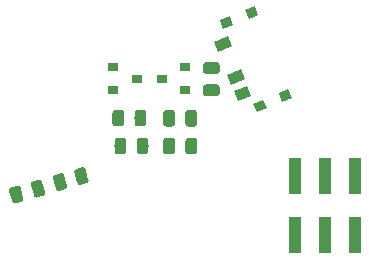
<source format=gbr>
G04 #@! TF.GenerationSoftware,KiCad,Pcbnew,5.1.2*
G04 #@! TF.CreationDate,2019-07-11T13:19:42-05:00*
G04 #@! TF.ProjectId,Camera,43616d65-7261-42e6-9b69-6361645f7063,rev?*
G04 #@! TF.SameCoordinates,Original*
G04 #@! TF.FileFunction,Paste,Bot*
G04 #@! TF.FilePolarity,Positive*
%FSLAX46Y46*%
G04 Gerber Fmt 4.6, Leading zero omitted, Abs format (unit mm)*
G04 Created by KiCad (PCBNEW 5.1.2) date 2019-07-11 13:19:42*
%MOMM*%
%LPD*%
G04 APERTURE LIST*
%ADD10C,0.100000*%
%ADD11C,0.975000*%
%ADD12R,1.000000X3.150000*%
%ADD13C,0.800000*%
%ADD14C,0.900000*%
%ADD15R,0.900000X0.800000*%
G04 APERTURE END LIST*
D10*
G36*
X136649174Y-113454544D02*
G01*
X136672708Y-113458827D01*
X136695709Y-113465395D01*
X136717955Y-113474186D01*
X136739233Y-113485115D01*
X136759337Y-113498078D01*
X136778074Y-113512948D01*
X136795262Y-113529583D01*
X136810738Y-113547824D01*
X136824351Y-113567493D01*
X136835971Y-113588401D01*
X136845485Y-113610348D01*
X136852802Y-113633122D01*
X137088975Y-114514530D01*
X137094025Y-114537911D01*
X137096759Y-114561675D01*
X137097150Y-114585592D01*
X137095196Y-114609433D01*
X137090914Y-114632967D01*
X137084345Y-114655968D01*
X137075554Y-114678214D01*
X137064625Y-114699492D01*
X137051662Y-114719596D01*
X137036792Y-114738332D01*
X137020157Y-114755521D01*
X137001917Y-114770997D01*
X136982248Y-114784610D01*
X136961339Y-114796230D01*
X136939392Y-114805744D01*
X136916618Y-114813061D01*
X136445729Y-114939235D01*
X136422348Y-114944285D01*
X136398584Y-114947019D01*
X136374667Y-114947410D01*
X136350826Y-114945456D01*
X136327292Y-114941173D01*
X136304291Y-114934605D01*
X136282045Y-114925814D01*
X136260767Y-114914885D01*
X136240663Y-114901922D01*
X136221926Y-114887052D01*
X136204738Y-114870417D01*
X136189262Y-114852176D01*
X136175649Y-114832507D01*
X136164029Y-114811599D01*
X136154515Y-114789652D01*
X136147198Y-114766878D01*
X135911025Y-113885470D01*
X135905975Y-113862089D01*
X135903241Y-113838325D01*
X135902850Y-113814408D01*
X135904804Y-113790567D01*
X135909086Y-113767033D01*
X135915655Y-113744032D01*
X135924446Y-113721786D01*
X135935375Y-113700508D01*
X135948338Y-113680404D01*
X135963208Y-113661668D01*
X135979843Y-113644479D01*
X135998083Y-113629003D01*
X136017752Y-113615390D01*
X136038661Y-113603770D01*
X136060608Y-113594256D01*
X136083382Y-113586939D01*
X136554271Y-113460765D01*
X136577652Y-113455715D01*
X136601416Y-113452981D01*
X136625333Y-113452590D01*
X136649174Y-113454544D01*
X136649174Y-113454544D01*
G37*
D11*
X136500000Y-114200000D03*
D10*
G36*
X138460284Y-112969258D02*
G01*
X138483818Y-112973541D01*
X138506819Y-112980109D01*
X138529065Y-112988900D01*
X138550343Y-112999829D01*
X138570447Y-113012792D01*
X138589184Y-113027662D01*
X138606372Y-113044297D01*
X138621848Y-113062538D01*
X138635461Y-113082207D01*
X138647081Y-113103115D01*
X138656595Y-113125062D01*
X138663912Y-113147836D01*
X138900085Y-114029244D01*
X138905135Y-114052625D01*
X138907869Y-114076389D01*
X138908260Y-114100306D01*
X138906306Y-114124147D01*
X138902024Y-114147681D01*
X138895455Y-114170682D01*
X138886664Y-114192928D01*
X138875735Y-114214206D01*
X138862772Y-114234310D01*
X138847902Y-114253046D01*
X138831267Y-114270235D01*
X138813027Y-114285711D01*
X138793358Y-114299324D01*
X138772449Y-114310944D01*
X138750502Y-114320458D01*
X138727728Y-114327775D01*
X138256839Y-114453949D01*
X138233458Y-114458999D01*
X138209694Y-114461733D01*
X138185777Y-114462124D01*
X138161936Y-114460170D01*
X138138402Y-114455887D01*
X138115401Y-114449319D01*
X138093155Y-114440528D01*
X138071877Y-114429599D01*
X138051773Y-114416636D01*
X138033036Y-114401766D01*
X138015848Y-114385131D01*
X138000372Y-114366890D01*
X137986759Y-114347221D01*
X137975139Y-114326313D01*
X137965625Y-114304366D01*
X137958308Y-114281592D01*
X137722135Y-113400184D01*
X137717085Y-113376803D01*
X137714351Y-113353039D01*
X137713960Y-113329122D01*
X137715914Y-113305281D01*
X137720196Y-113281747D01*
X137726765Y-113258746D01*
X137735556Y-113236500D01*
X137746485Y-113215222D01*
X137759448Y-113195118D01*
X137774318Y-113176382D01*
X137790953Y-113159193D01*
X137809193Y-113143717D01*
X137828862Y-113130104D01*
X137849771Y-113118484D01*
X137871718Y-113108970D01*
X137894492Y-113101653D01*
X138365381Y-112975479D01*
X138388762Y-112970429D01*
X138412526Y-112967695D01*
X138436443Y-112967304D01*
X138460284Y-112969258D01*
X138460284Y-112969258D01*
G37*
D11*
X138311110Y-113714714D03*
D12*
X160060000Y-112600000D03*
X160060000Y-117650000D03*
X162600000Y-112600000D03*
X162600000Y-117650000D03*
X165140000Y-112600000D03*
X165140000Y-117650000D03*
D13*
X159262897Y-105852626D03*
D10*
G36*
X159829972Y-106054927D02*
G01*
X158995507Y-106392073D01*
X158695822Y-105650325D01*
X159530287Y-105313179D01*
X159829972Y-106054927D01*
X159829972Y-106054927D01*
G37*
D13*
X156415887Y-98806029D03*
D10*
G36*
X156982962Y-99008330D02*
G01*
X156148497Y-99345476D01*
X155848812Y-98603728D01*
X156683277Y-98266582D01*
X156982962Y-99008330D01*
X156982962Y-99008330D01*
G37*
D13*
X154279618Y-99658352D03*
D10*
G36*
X154846693Y-99860653D02*
G01*
X154012228Y-100197799D01*
X153712543Y-99456051D01*
X154547008Y-99118905D01*
X154846693Y-99860653D01*
X154846693Y-99860653D01*
G37*
D13*
X157130375Y-106714221D03*
D10*
G36*
X157697450Y-106916522D02*
G01*
X156862985Y-107253668D01*
X156563300Y-106511920D01*
X157397765Y-106174774D01*
X157697450Y-106916522D01*
X157697450Y-106916522D01*
G37*
D14*
X155645730Y-105642328D03*
D10*
G36*
X156393793Y-105825432D02*
G01*
X155234813Y-106293690D01*
X154897667Y-105459224D01*
X156056647Y-104990966D01*
X156393793Y-105825432D01*
X156393793Y-105825432D01*
G37*
D14*
X155083820Y-104251552D03*
D10*
G36*
X155831883Y-104434656D02*
G01*
X154672903Y-104902914D01*
X154335757Y-104068448D01*
X155494737Y-103600190D01*
X155831883Y-104434656D01*
X155831883Y-104434656D01*
G37*
D14*
X153960000Y-101470000D03*
D10*
G36*
X154708063Y-101653104D02*
G01*
X153549083Y-102121362D01*
X153211937Y-101286896D01*
X154370917Y-100818638D01*
X154708063Y-101653104D01*
X154708063Y-101653104D01*
G37*
D15*
X144700000Y-105350000D03*
X144700000Y-103450000D03*
X146700000Y-104400000D03*
X148800000Y-104400000D03*
X150800000Y-105350000D03*
X150800000Y-103450000D03*
D10*
G36*
X142154729Y-111911901D02*
G01*
X142178263Y-111916184D01*
X142201264Y-111922752D01*
X142223510Y-111931543D01*
X142244788Y-111942472D01*
X142264892Y-111955435D01*
X142283629Y-111970305D01*
X142300817Y-111986940D01*
X142316293Y-112005181D01*
X142329906Y-112024850D01*
X142341526Y-112045758D01*
X142351040Y-112067705D01*
X142358357Y-112090479D01*
X142594530Y-112971887D01*
X142599580Y-112995268D01*
X142602314Y-113019032D01*
X142602705Y-113042949D01*
X142600751Y-113066790D01*
X142596469Y-113090324D01*
X142589900Y-113113325D01*
X142581109Y-113135571D01*
X142570180Y-113156849D01*
X142557217Y-113176953D01*
X142542347Y-113195689D01*
X142525712Y-113212878D01*
X142507472Y-113228354D01*
X142487803Y-113241967D01*
X142466894Y-113253587D01*
X142444947Y-113263101D01*
X142422173Y-113270418D01*
X141951284Y-113396592D01*
X141927903Y-113401642D01*
X141904139Y-113404376D01*
X141880222Y-113404767D01*
X141856381Y-113402813D01*
X141832847Y-113398530D01*
X141809846Y-113391962D01*
X141787600Y-113383171D01*
X141766322Y-113372242D01*
X141746218Y-113359279D01*
X141727481Y-113344409D01*
X141710293Y-113327774D01*
X141694817Y-113309533D01*
X141681204Y-113289864D01*
X141669584Y-113268956D01*
X141660070Y-113247009D01*
X141652753Y-113224235D01*
X141416580Y-112342827D01*
X141411530Y-112319446D01*
X141408796Y-112295682D01*
X141408405Y-112271765D01*
X141410359Y-112247924D01*
X141414641Y-112224390D01*
X141421210Y-112201389D01*
X141430001Y-112179143D01*
X141440930Y-112157865D01*
X141453893Y-112137761D01*
X141468763Y-112119025D01*
X141485398Y-112101836D01*
X141503638Y-112086360D01*
X141523307Y-112072747D01*
X141544216Y-112061127D01*
X141566163Y-112051613D01*
X141588937Y-112044296D01*
X142059826Y-111918122D01*
X142083207Y-111913072D01*
X142106971Y-111910338D01*
X142130888Y-111909947D01*
X142154729Y-111911901D01*
X142154729Y-111911901D01*
G37*
D11*
X142005555Y-112657357D03*
D10*
G36*
X140343619Y-112397187D02*
G01*
X140367153Y-112401470D01*
X140390154Y-112408038D01*
X140412400Y-112416829D01*
X140433678Y-112427758D01*
X140453782Y-112440721D01*
X140472519Y-112455591D01*
X140489707Y-112472226D01*
X140505183Y-112490467D01*
X140518796Y-112510136D01*
X140530416Y-112531044D01*
X140539930Y-112552991D01*
X140547247Y-112575765D01*
X140783420Y-113457173D01*
X140788470Y-113480554D01*
X140791204Y-113504318D01*
X140791595Y-113528235D01*
X140789641Y-113552076D01*
X140785359Y-113575610D01*
X140778790Y-113598611D01*
X140769999Y-113620857D01*
X140759070Y-113642135D01*
X140746107Y-113662239D01*
X140731237Y-113680975D01*
X140714602Y-113698164D01*
X140696362Y-113713640D01*
X140676693Y-113727253D01*
X140655784Y-113738873D01*
X140633837Y-113748387D01*
X140611063Y-113755704D01*
X140140174Y-113881878D01*
X140116793Y-113886928D01*
X140093029Y-113889662D01*
X140069112Y-113890053D01*
X140045271Y-113888099D01*
X140021737Y-113883816D01*
X139998736Y-113877248D01*
X139976490Y-113868457D01*
X139955212Y-113857528D01*
X139935108Y-113844565D01*
X139916371Y-113829695D01*
X139899183Y-113813060D01*
X139883707Y-113794819D01*
X139870094Y-113775150D01*
X139858474Y-113754242D01*
X139848960Y-113732295D01*
X139841643Y-113709521D01*
X139605470Y-112828113D01*
X139600420Y-112804732D01*
X139597686Y-112780968D01*
X139597295Y-112757051D01*
X139599249Y-112733210D01*
X139603531Y-112709676D01*
X139610100Y-112686675D01*
X139618891Y-112664429D01*
X139629820Y-112643151D01*
X139642783Y-112623047D01*
X139657653Y-112604311D01*
X139674288Y-112587122D01*
X139692528Y-112571646D01*
X139712197Y-112558033D01*
X139733106Y-112546413D01*
X139755053Y-112536899D01*
X139777827Y-112529582D01*
X140248716Y-112403408D01*
X140272097Y-112398358D01*
X140295861Y-112395624D01*
X140319778Y-112395233D01*
X140343619Y-112397187D01*
X140343619Y-112397187D01*
G37*
D11*
X140194445Y-113142643D03*
D10*
G36*
X153480142Y-103013674D02*
G01*
X153503803Y-103017184D01*
X153527007Y-103022996D01*
X153549529Y-103031054D01*
X153571153Y-103041282D01*
X153591670Y-103053579D01*
X153610883Y-103067829D01*
X153628607Y-103083893D01*
X153644671Y-103101617D01*
X153658921Y-103120830D01*
X153671218Y-103141347D01*
X153681446Y-103162971D01*
X153689504Y-103185493D01*
X153695316Y-103208697D01*
X153698826Y-103232358D01*
X153700000Y-103256250D01*
X153700000Y-103743750D01*
X153698826Y-103767642D01*
X153695316Y-103791303D01*
X153689504Y-103814507D01*
X153681446Y-103837029D01*
X153671218Y-103858653D01*
X153658921Y-103879170D01*
X153644671Y-103898383D01*
X153628607Y-103916107D01*
X153610883Y-103932171D01*
X153591670Y-103946421D01*
X153571153Y-103958718D01*
X153549529Y-103968946D01*
X153527007Y-103977004D01*
X153503803Y-103982816D01*
X153480142Y-103986326D01*
X153456250Y-103987500D01*
X152543750Y-103987500D01*
X152519858Y-103986326D01*
X152496197Y-103982816D01*
X152472993Y-103977004D01*
X152450471Y-103968946D01*
X152428847Y-103958718D01*
X152408330Y-103946421D01*
X152389117Y-103932171D01*
X152371393Y-103916107D01*
X152355329Y-103898383D01*
X152341079Y-103879170D01*
X152328782Y-103858653D01*
X152318554Y-103837029D01*
X152310496Y-103814507D01*
X152304684Y-103791303D01*
X152301174Y-103767642D01*
X152300000Y-103743750D01*
X152300000Y-103256250D01*
X152301174Y-103232358D01*
X152304684Y-103208697D01*
X152310496Y-103185493D01*
X152318554Y-103162971D01*
X152328782Y-103141347D01*
X152341079Y-103120830D01*
X152355329Y-103101617D01*
X152371393Y-103083893D01*
X152389117Y-103067829D01*
X152408330Y-103053579D01*
X152428847Y-103041282D01*
X152450471Y-103031054D01*
X152472993Y-103022996D01*
X152496197Y-103017184D01*
X152519858Y-103013674D01*
X152543750Y-103012500D01*
X153456250Y-103012500D01*
X153480142Y-103013674D01*
X153480142Y-103013674D01*
G37*
D11*
X153000000Y-103500000D03*
D10*
G36*
X153480142Y-104888674D02*
G01*
X153503803Y-104892184D01*
X153527007Y-104897996D01*
X153549529Y-104906054D01*
X153571153Y-104916282D01*
X153591670Y-104928579D01*
X153610883Y-104942829D01*
X153628607Y-104958893D01*
X153644671Y-104976617D01*
X153658921Y-104995830D01*
X153671218Y-105016347D01*
X153681446Y-105037971D01*
X153689504Y-105060493D01*
X153695316Y-105083697D01*
X153698826Y-105107358D01*
X153700000Y-105131250D01*
X153700000Y-105618750D01*
X153698826Y-105642642D01*
X153695316Y-105666303D01*
X153689504Y-105689507D01*
X153681446Y-105712029D01*
X153671218Y-105733653D01*
X153658921Y-105754170D01*
X153644671Y-105773383D01*
X153628607Y-105791107D01*
X153610883Y-105807171D01*
X153591670Y-105821421D01*
X153571153Y-105833718D01*
X153549529Y-105843946D01*
X153527007Y-105852004D01*
X153503803Y-105857816D01*
X153480142Y-105861326D01*
X153456250Y-105862500D01*
X152543750Y-105862500D01*
X152519858Y-105861326D01*
X152496197Y-105857816D01*
X152472993Y-105852004D01*
X152450471Y-105843946D01*
X152428847Y-105833718D01*
X152408330Y-105821421D01*
X152389117Y-105807171D01*
X152371393Y-105791107D01*
X152355329Y-105773383D01*
X152341079Y-105754170D01*
X152328782Y-105733653D01*
X152318554Y-105712029D01*
X152310496Y-105689507D01*
X152304684Y-105666303D01*
X152301174Y-105642642D01*
X152300000Y-105618750D01*
X152300000Y-105131250D01*
X152301174Y-105107358D01*
X152304684Y-105083697D01*
X152310496Y-105060493D01*
X152318554Y-105037971D01*
X152328782Y-105016347D01*
X152341079Y-104995830D01*
X152355329Y-104976617D01*
X152371393Y-104958893D01*
X152389117Y-104942829D01*
X152408330Y-104928579D01*
X152428847Y-104916282D01*
X152450471Y-104906054D01*
X152472993Y-104897996D01*
X152496197Y-104892184D01*
X152519858Y-104888674D01*
X152543750Y-104887500D01*
X153456250Y-104887500D01*
X153480142Y-104888674D01*
X153480142Y-104888674D01*
G37*
D11*
X153000000Y-105375000D03*
D10*
G36*
X149692642Y-109401174D02*
G01*
X149716303Y-109404684D01*
X149739507Y-109410496D01*
X149762029Y-109418554D01*
X149783653Y-109428782D01*
X149804170Y-109441079D01*
X149823383Y-109455329D01*
X149841107Y-109471393D01*
X149857171Y-109489117D01*
X149871421Y-109508330D01*
X149883718Y-109528847D01*
X149893946Y-109550471D01*
X149902004Y-109572993D01*
X149907816Y-109596197D01*
X149911326Y-109619858D01*
X149912500Y-109643750D01*
X149912500Y-110556250D01*
X149911326Y-110580142D01*
X149907816Y-110603803D01*
X149902004Y-110627007D01*
X149893946Y-110649529D01*
X149883718Y-110671153D01*
X149871421Y-110691670D01*
X149857171Y-110710883D01*
X149841107Y-110728607D01*
X149823383Y-110744671D01*
X149804170Y-110758921D01*
X149783653Y-110771218D01*
X149762029Y-110781446D01*
X149739507Y-110789504D01*
X149716303Y-110795316D01*
X149692642Y-110798826D01*
X149668750Y-110800000D01*
X149181250Y-110800000D01*
X149157358Y-110798826D01*
X149133697Y-110795316D01*
X149110493Y-110789504D01*
X149087971Y-110781446D01*
X149066347Y-110771218D01*
X149045830Y-110758921D01*
X149026617Y-110744671D01*
X149008893Y-110728607D01*
X148992829Y-110710883D01*
X148978579Y-110691670D01*
X148966282Y-110671153D01*
X148956054Y-110649529D01*
X148947996Y-110627007D01*
X148942184Y-110603803D01*
X148938674Y-110580142D01*
X148937500Y-110556250D01*
X148937500Y-109643750D01*
X148938674Y-109619858D01*
X148942184Y-109596197D01*
X148947996Y-109572993D01*
X148956054Y-109550471D01*
X148966282Y-109528847D01*
X148978579Y-109508330D01*
X148992829Y-109489117D01*
X149008893Y-109471393D01*
X149026617Y-109455329D01*
X149045830Y-109441079D01*
X149066347Y-109428782D01*
X149087971Y-109418554D01*
X149110493Y-109410496D01*
X149133697Y-109404684D01*
X149157358Y-109401174D01*
X149181250Y-109400000D01*
X149668750Y-109400000D01*
X149692642Y-109401174D01*
X149692642Y-109401174D01*
G37*
D11*
X149425000Y-110100000D03*
D10*
G36*
X151567642Y-109401174D02*
G01*
X151591303Y-109404684D01*
X151614507Y-109410496D01*
X151637029Y-109418554D01*
X151658653Y-109428782D01*
X151679170Y-109441079D01*
X151698383Y-109455329D01*
X151716107Y-109471393D01*
X151732171Y-109489117D01*
X151746421Y-109508330D01*
X151758718Y-109528847D01*
X151768946Y-109550471D01*
X151777004Y-109572993D01*
X151782816Y-109596197D01*
X151786326Y-109619858D01*
X151787500Y-109643750D01*
X151787500Y-110556250D01*
X151786326Y-110580142D01*
X151782816Y-110603803D01*
X151777004Y-110627007D01*
X151768946Y-110649529D01*
X151758718Y-110671153D01*
X151746421Y-110691670D01*
X151732171Y-110710883D01*
X151716107Y-110728607D01*
X151698383Y-110744671D01*
X151679170Y-110758921D01*
X151658653Y-110771218D01*
X151637029Y-110781446D01*
X151614507Y-110789504D01*
X151591303Y-110795316D01*
X151567642Y-110798826D01*
X151543750Y-110800000D01*
X151056250Y-110800000D01*
X151032358Y-110798826D01*
X151008697Y-110795316D01*
X150985493Y-110789504D01*
X150962971Y-110781446D01*
X150941347Y-110771218D01*
X150920830Y-110758921D01*
X150901617Y-110744671D01*
X150883893Y-110728607D01*
X150867829Y-110710883D01*
X150853579Y-110691670D01*
X150841282Y-110671153D01*
X150831054Y-110649529D01*
X150822996Y-110627007D01*
X150817184Y-110603803D01*
X150813674Y-110580142D01*
X150812500Y-110556250D01*
X150812500Y-109643750D01*
X150813674Y-109619858D01*
X150817184Y-109596197D01*
X150822996Y-109572993D01*
X150831054Y-109550471D01*
X150841282Y-109528847D01*
X150853579Y-109508330D01*
X150867829Y-109489117D01*
X150883893Y-109471393D01*
X150901617Y-109455329D01*
X150920830Y-109441079D01*
X150941347Y-109428782D01*
X150962971Y-109418554D01*
X150985493Y-109410496D01*
X151008697Y-109404684D01*
X151032358Y-109401174D01*
X151056250Y-109400000D01*
X151543750Y-109400000D01*
X151567642Y-109401174D01*
X151567642Y-109401174D01*
G37*
D11*
X151300000Y-110100000D03*
D10*
G36*
X145567642Y-109401174D02*
G01*
X145591303Y-109404684D01*
X145614507Y-109410496D01*
X145637029Y-109418554D01*
X145658653Y-109428782D01*
X145679170Y-109441079D01*
X145698383Y-109455329D01*
X145716107Y-109471393D01*
X145732171Y-109489117D01*
X145746421Y-109508330D01*
X145758718Y-109528847D01*
X145768946Y-109550471D01*
X145777004Y-109572993D01*
X145782816Y-109596197D01*
X145786326Y-109619858D01*
X145787500Y-109643750D01*
X145787500Y-110556250D01*
X145786326Y-110580142D01*
X145782816Y-110603803D01*
X145777004Y-110627007D01*
X145768946Y-110649529D01*
X145758718Y-110671153D01*
X145746421Y-110691670D01*
X145732171Y-110710883D01*
X145716107Y-110728607D01*
X145698383Y-110744671D01*
X145679170Y-110758921D01*
X145658653Y-110771218D01*
X145637029Y-110781446D01*
X145614507Y-110789504D01*
X145591303Y-110795316D01*
X145567642Y-110798826D01*
X145543750Y-110800000D01*
X145056250Y-110800000D01*
X145032358Y-110798826D01*
X145008697Y-110795316D01*
X144985493Y-110789504D01*
X144962971Y-110781446D01*
X144941347Y-110771218D01*
X144920830Y-110758921D01*
X144901617Y-110744671D01*
X144883893Y-110728607D01*
X144867829Y-110710883D01*
X144853579Y-110691670D01*
X144841282Y-110671153D01*
X144831054Y-110649529D01*
X144822996Y-110627007D01*
X144817184Y-110603803D01*
X144813674Y-110580142D01*
X144812500Y-110556250D01*
X144812500Y-109643750D01*
X144813674Y-109619858D01*
X144817184Y-109596197D01*
X144822996Y-109572993D01*
X144831054Y-109550471D01*
X144841282Y-109528847D01*
X144853579Y-109508330D01*
X144867829Y-109489117D01*
X144883893Y-109471393D01*
X144901617Y-109455329D01*
X144920830Y-109441079D01*
X144941347Y-109428782D01*
X144962971Y-109418554D01*
X144985493Y-109410496D01*
X145008697Y-109404684D01*
X145032358Y-109401174D01*
X145056250Y-109400000D01*
X145543750Y-109400000D01*
X145567642Y-109401174D01*
X145567642Y-109401174D01*
G37*
D11*
X145300000Y-110100000D03*
D10*
G36*
X147442642Y-109401174D02*
G01*
X147466303Y-109404684D01*
X147489507Y-109410496D01*
X147512029Y-109418554D01*
X147533653Y-109428782D01*
X147554170Y-109441079D01*
X147573383Y-109455329D01*
X147591107Y-109471393D01*
X147607171Y-109489117D01*
X147621421Y-109508330D01*
X147633718Y-109528847D01*
X147643946Y-109550471D01*
X147652004Y-109572993D01*
X147657816Y-109596197D01*
X147661326Y-109619858D01*
X147662500Y-109643750D01*
X147662500Y-110556250D01*
X147661326Y-110580142D01*
X147657816Y-110603803D01*
X147652004Y-110627007D01*
X147643946Y-110649529D01*
X147633718Y-110671153D01*
X147621421Y-110691670D01*
X147607171Y-110710883D01*
X147591107Y-110728607D01*
X147573383Y-110744671D01*
X147554170Y-110758921D01*
X147533653Y-110771218D01*
X147512029Y-110781446D01*
X147489507Y-110789504D01*
X147466303Y-110795316D01*
X147442642Y-110798826D01*
X147418750Y-110800000D01*
X146931250Y-110800000D01*
X146907358Y-110798826D01*
X146883697Y-110795316D01*
X146860493Y-110789504D01*
X146837971Y-110781446D01*
X146816347Y-110771218D01*
X146795830Y-110758921D01*
X146776617Y-110744671D01*
X146758893Y-110728607D01*
X146742829Y-110710883D01*
X146728579Y-110691670D01*
X146716282Y-110671153D01*
X146706054Y-110649529D01*
X146697996Y-110627007D01*
X146692184Y-110603803D01*
X146688674Y-110580142D01*
X146687500Y-110556250D01*
X146687500Y-109643750D01*
X146688674Y-109619858D01*
X146692184Y-109596197D01*
X146697996Y-109572993D01*
X146706054Y-109550471D01*
X146716282Y-109528847D01*
X146728579Y-109508330D01*
X146742829Y-109489117D01*
X146758893Y-109471393D01*
X146776617Y-109455329D01*
X146795830Y-109441079D01*
X146816347Y-109428782D01*
X146837971Y-109418554D01*
X146860493Y-109410496D01*
X146883697Y-109404684D01*
X146907358Y-109401174D01*
X146931250Y-109400000D01*
X147418750Y-109400000D01*
X147442642Y-109401174D01*
X147442642Y-109401174D01*
G37*
D11*
X147175000Y-110100000D03*
D10*
G36*
X145387642Y-107031174D02*
G01*
X145411303Y-107034684D01*
X145434507Y-107040496D01*
X145457029Y-107048554D01*
X145478653Y-107058782D01*
X145499170Y-107071079D01*
X145518383Y-107085329D01*
X145536107Y-107101393D01*
X145552171Y-107119117D01*
X145566421Y-107138330D01*
X145578718Y-107158847D01*
X145588946Y-107180471D01*
X145597004Y-107202993D01*
X145602816Y-107226197D01*
X145606326Y-107249858D01*
X145607500Y-107273750D01*
X145607500Y-108186250D01*
X145606326Y-108210142D01*
X145602816Y-108233803D01*
X145597004Y-108257007D01*
X145588946Y-108279529D01*
X145578718Y-108301153D01*
X145566421Y-108321670D01*
X145552171Y-108340883D01*
X145536107Y-108358607D01*
X145518383Y-108374671D01*
X145499170Y-108388921D01*
X145478653Y-108401218D01*
X145457029Y-108411446D01*
X145434507Y-108419504D01*
X145411303Y-108425316D01*
X145387642Y-108428826D01*
X145363750Y-108430000D01*
X144876250Y-108430000D01*
X144852358Y-108428826D01*
X144828697Y-108425316D01*
X144805493Y-108419504D01*
X144782971Y-108411446D01*
X144761347Y-108401218D01*
X144740830Y-108388921D01*
X144721617Y-108374671D01*
X144703893Y-108358607D01*
X144687829Y-108340883D01*
X144673579Y-108321670D01*
X144661282Y-108301153D01*
X144651054Y-108279529D01*
X144642996Y-108257007D01*
X144637184Y-108233803D01*
X144633674Y-108210142D01*
X144632500Y-108186250D01*
X144632500Y-107273750D01*
X144633674Y-107249858D01*
X144637184Y-107226197D01*
X144642996Y-107202993D01*
X144651054Y-107180471D01*
X144661282Y-107158847D01*
X144673579Y-107138330D01*
X144687829Y-107119117D01*
X144703893Y-107101393D01*
X144721617Y-107085329D01*
X144740830Y-107071079D01*
X144761347Y-107058782D01*
X144782971Y-107048554D01*
X144805493Y-107040496D01*
X144828697Y-107034684D01*
X144852358Y-107031174D01*
X144876250Y-107030000D01*
X145363750Y-107030000D01*
X145387642Y-107031174D01*
X145387642Y-107031174D01*
G37*
D11*
X145120000Y-107730000D03*
D10*
G36*
X147262642Y-107031174D02*
G01*
X147286303Y-107034684D01*
X147309507Y-107040496D01*
X147332029Y-107048554D01*
X147353653Y-107058782D01*
X147374170Y-107071079D01*
X147393383Y-107085329D01*
X147411107Y-107101393D01*
X147427171Y-107119117D01*
X147441421Y-107138330D01*
X147453718Y-107158847D01*
X147463946Y-107180471D01*
X147472004Y-107202993D01*
X147477816Y-107226197D01*
X147481326Y-107249858D01*
X147482500Y-107273750D01*
X147482500Y-108186250D01*
X147481326Y-108210142D01*
X147477816Y-108233803D01*
X147472004Y-108257007D01*
X147463946Y-108279529D01*
X147453718Y-108301153D01*
X147441421Y-108321670D01*
X147427171Y-108340883D01*
X147411107Y-108358607D01*
X147393383Y-108374671D01*
X147374170Y-108388921D01*
X147353653Y-108401218D01*
X147332029Y-108411446D01*
X147309507Y-108419504D01*
X147286303Y-108425316D01*
X147262642Y-108428826D01*
X147238750Y-108430000D01*
X146751250Y-108430000D01*
X146727358Y-108428826D01*
X146703697Y-108425316D01*
X146680493Y-108419504D01*
X146657971Y-108411446D01*
X146636347Y-108401218D01*
X146615830Y-108388921D01*
X146596617Y-108374671D01*
X146578893Y-108358607D01*
X146562829Y-108340883D01*
X146548579Y-108321670D01*
X146536282Y-108301153D01*
X146526054Y-108279529D01*
X146517996Y-108257007D01*
X146512184Y-108233803D01*
X146508674Y-108210142D01*
X146507500Y-108186250D01*
X146507500Y-107273750D01*
X146508674Y-107249858D01*
X146512184Y-107226197D01*
X146517996Y-107202993D01*
X146526054Y-107180471D01*
X146536282Y-107158847D01*
X146548579Y-107138330D01*
X146562829Y-107119117D01*
X146578893Y-107101393D01*
X146596617Y-107085329D01*
X146615830Y-107071079D01*
X146636347Y-107058782D01*
X146657971Y-107048554D01*
X146680493Y-107040496D01*
X146703697Y-107034684D01*
X146727358Y-107031174D01*
X146751250Y-107030000D01*
X147238750Y-107030000D01*
X147262642Y-107031174D01*
X147262642Y-107031174D01*
G37*
D11*
X146995000Y-107730000D03*
D10*
G36*
X149687643Y-107051174D02*
G01*
X149711304Y-107054684D01*
X149734508Y-107060496D01*
X149757030Y-107068554D01*
X149778654Y-107078782D01*
X149799171Y-107091079D01*
X149818384Y-107105329D01*
X149836108Y-107121393D01*
X149852172Y-107139117D01*
X149866422Y-107158330D01*
X149878719Y-107178847D01*
X149888947Y-107200471D01*
X149897005Y-107222993D01*
X149902817Y-107246197D01*
X149906327Y-107269858D01*
X149907501Y-107293750D01*
X149907501Y-108206250D01*
X149906327Y-108230142D01*
X149902817Y-108253803D01*
X149897005Y-108277007D01*
X149888947Y-108299529D01*
X149878719Y-108321153D01*
X149866422Y-108341670D01*
X149852172Y-108360883D01*
X149836108Y-108378607D01*
X149818384Y-108394671D01*
X149799171Y-108408921D01*
X149778654Y-108421218D01*
X149757030Y-108431446D01*
X149734508Y-108439504D01*
X149711304Y-108445316D01*
X149687643Y-108448826D01*
X149663751Y-108450000D01*
X149176251Y-108450000D01*
X149152359Y-108448826D01*
X149128698Y-108445316D01*
X149105494Y-108439504D01*
X149082972Y-108431446D01*
X149061348Y-108421218D01*
X149040831Y-108408921D01*
X149021618Y-108394671D01*
X149003894Y-108378607D01*
X148987830Y-108360883D01*
X148973580Y-108341670D01*
X148961283Y-108321153D01*
X148951055Y-108299529D01*
X148942997Y-108277007D01*
X148937185Y-108253803D01*
X148933675Y-108230142D01*
X148932501Y-108206250D01*
X148932501Y-107293750D01*
X148933675Y-107269858D01*
X148937185Y-107246197D01*
X148942997Y-107222993D01*
X148951055Y-107200471D01*
X148961283Y-107178847D01*
X148973580Y-107158330D01*
X148987830Y-107139117D01*
X149003894Y-107121393D01*
X149021618Y-107105329D01*
X149040831Y-107091079D01*
X149061348Y-107078782D01*
X149082972Y-107068554D01*
X149105494Y-107060496D01*
X149128698Y-107054684D01*
X149152359Y-107051174D01*
X149176251Y-107050000D01*
X149663751Y-107050000D01*
X149687643Y-107051174D01*
X149687643Y-107051174D01*
G37*
D11*
X149420001Y-107750000D03*
D10*
G36*
X151562643Y-107051174D02*
G01*
X151586304Y-107054684D01*
X151609508Y-107060496D01*
X151632030Y-107068554D01*
X151653654Y-107078782D01*
X151674171Y-107091079D01*
X151693384Y-107105329D01*
X151711108Y-107121393D01*
X151727172Y-107139117D01*
X151741422Y-107158330D01*
X151753719Y-107178847D01*
X151763947Y-107200471D01*
X151772005Y-107222993D01*
X151777817Y-107246197D01*
X151781327Y-107269858D01*
X151782501Y-107293750D01*
X151782501Y-108206250D01*
X151781327Y-108230142D01*
X151777817Y-108253803D01*
X151772005Y-108277007D01*
X151763947Y-108299529D01*
X151753719Y-108321153D01*
X151741422Y-108341670D01*
X151727172Y-108360883D01*
X151711108Y-108378607D01*
X151693384Y-108394671D01*
X151674171Y-108408921D01*
X151653654Y-108421218D01*
X151632030Y-108431446D01*
X151609508Y-108439504D01*
X151586304Y-108445316D01*
X151562643Y-108448826D01*
X151538751Y-108450000D01*
X151051251Y-108450000D01*
X151027359Y-108448826D01*
X151003698Y-108445316D01*
X150980494Y-108439504D01*
X150957972Y-108431446D01*
X150936348Y-108421218D01*
X150915831Y-108408921D01*
X150896618Y-108394671D01*
X150878894Y-108378607D01*
X150862830Y-108360883D01*
X150848580Y-108341670D01*
X150836283Y-108321153D01*
X150826055Y-108299529D01*
X150817997Y-108277007D01*
X150812185Y-108253803D01*
X150808675Y-108230142D01*
X150807501Y-108206250D01*
X150807501Y-107293750D01*
X150808675Y-107269858D01*
X150812185Y-107246197D01*
X150817997Y-107222993D01*
X150826055Y-107200471D01*
X150836283Y-107178847D01*
X150848580Y-107158330D01*
X150862830Y-107139117D01*
X150878894Y-107121393D01*
X150896618Y-107105329D01*
X150915831Y-107091079D01*
X150936348Y-107078782D01*
X150957972Y-107068554D01*
X150980494Y-107060496D01*
X151003698Y-107054684D01*
X151027359Y-107051174D01*
X151051251Y-107050000D01*
X151538751Y-107050000D01*
X151562643Y-107051174D01*
X151562643Y-107051174D01*
G37*
D11*
X151295001Y-107750000D03*
M02*

</source>
